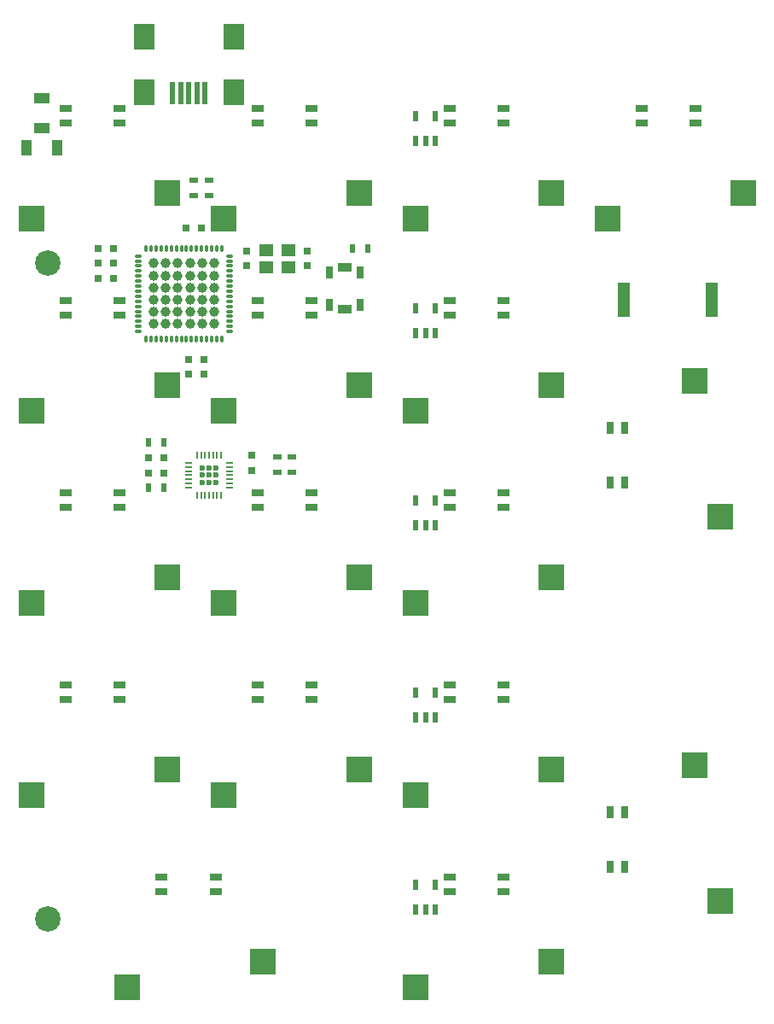
<source format=gbp>
G04 #@! TF.FileFunction,Paste,Bot*
%FSLAX46Y46*%
G04 Gerber Fmt 4.6, Leading zero omitted, Abs format (unit mm)*
G04 Created by KiCad (PCBNEW 4.0.6) date Saturday, January 06, 2018 'AMt' 08:46:40 AM*
%MOMM*%
%LPD*%
G01*
G04 APERTURE LIST*
%ADD10C,0.150000*%
%ADD11C,2.520000*%
%ADD12R,0.600000X1.000000*%
%ADD13R,0.750000X0.800000*%
%ADD14R,0.800000X0.750000*%
%ADD15R,1.000000X1.600000*%
%ADD16R,1.600000X1.000000*%
%ADD17R,0.750000X1.150000*%
%ADD18R,1.400000X0.950000*%
%ADD19O,0.300000X0.800000*%
%ADD20O,0.800000X0.300000*%
%ADD21C,1.000000*%
%ADD22R,0.500380X2.301240*%
%ADD23R,1.998980X2.499360*%
%ADD24O,0.800000X0.200000*%
%ADD25O,0.200000X0.800000*%
%ADD26C,0.600000*%
%ADD27R,1.400000X1.200000*%
%ADD28R,2.550000X2.500000*%
%ADD29R,1.200000X0.750000*%
%ADD30R,2.500000X2.550000*%
%ADD31R,0.750000X1.200000*%
%ADD32R,0.900000X0.600000*%
%ADD33R,0.600000X0.900000*%
%ADD34R,1.300000X3.400000*%
G04 APERTURE END LIST*
D10*
D11*
X40000000Y-119000000D03*
X40000000Y-54000000D03*
D12*
X78420000Y-58490000D03*
X78420000Y-60890000D03*
X77470000Y-60890000D03*
X76520000Y-58490000D03*
X76520000Y-60890000D03*
X78420000Y-39440000D03*
X78420000Y-41840000D03*
X77470000Y-41840000D03*
X76520000Y-39440000D03*
X76520000Y-41840000D03*
X78420000Y-77540000D03*
X78420000Y-79940000D03*
X77470000Y-79940000D03*
X76520000Y-77540000D03*
X76520000Y-79940000D03*
X78420000Y-96590000D03*
X78420000Y-98990000D03*
X77470000Y-98990000D03*
X76520000Y-96590000D03*
X76520000Y-98990000D03*
X78420000Y-115640000D03*
X78420000Y-118040000D03*
X77470000Y-118040000D03*
X76520000Y-115640000D03*
X76520000Y-118040000D03*
D13*
X65750000Y-52750000D03*
X65750000Y-54250000D03*
X59750000Y-52750000D03*
X59750000Y-54250000D03*
D14*
X53750000Y-50500000D03*
X55250000Y-50500000D03*
X46500000Y-55500000D03*
X45000000Y-55500000D03*
D15*
X40900000Y-42500000D03*
X37900000Y-42500000D03*
D14*
X54000000Y-63500000D03*
X55500000Y-63500000D03*
X45000000Y-54000000D03*
X46500000Y-54000000D03*
X55500000Y-65000000D03*
X54000000Y-65000000D03*
X46500000Y-52500000D03*
X45000000Y-52500000D03*
X51500000Y-73250000D03*
X50000000Y-73250000D03*
X50000000Y-74750000D03*
X51500000Y-74750000D03*
D13*
X60250000Y-73000000D03*
X60250000Y-74500000D03*
D16*
X39400000Y-37600000D03*
X39400000Y-40600000D03*
D17*
X67975000Y-54925000D03*
X67975000Y-58075000D03*
X71025000Y-54925000D03*
X71025000Y-58075000D03*
D18*
X69500000Y-58575000D03*
X69500000Y-54425000D03*
D19*
X49750000Y-52500000D03*
X50250000Y-52500000D03*
X50750000Y-52500000D03*
X51250000Y-52500000D03*
X51750000Y-52500000D03*
X52250000Y-52500000D03*
X52750000Y-52500000D03*
X53250000Y-52500000D03*
X53750000Y-52500000D03*
X54250000Y-52500000D03*
X54750000Y-52500000D03*
X55250000Y-52500000D03*
X55750000Y-52500000D03*
X56250000Y-52500000D03*
X56750000Y-52500000D03*
X57250000Y-52500000D03*
D20*
X58000000Y-53250000D03*
X58000000Y-53750000D03*
X58000000Y-54250000D03*
X58000000Y-54750000D03*
X58000000Y-55250000D03*
X58000000Y-55750000D03*
X58000000Y-56250000D03*
X58000000Y-56750000D03*
X58000000Y-57250000D03*
X58000000Y-57750000D03*
X58000000Y-58250000D03*
X58000000Y-58750000D03*
X58000000Y-59250000D03*
X58000000Y-59750000D03*
X58000000Y-60250000D03*
X58000000Y-60750000D03*
D19*
X57250000Y-61500000D03*
X56750000Y-61500000D03*
X56250000Y-61500000D03*
X55750000Y-61500000D03*
X55250000Y-61500000D03*
X54750000Y-61500000D03*
X54250000Y-61500000D03*
X53750000Y-61500000D03*
X53250000Y-61500000D03*
X52750000Y-61500000D03*
X52250000Y-61500000D03*
X51750000Y-61500000D03*
X51250000Y-61500000D03*
X50750000Y-61500000D03*
X50250000Y-61500000D03*
X49750000Y-61500000D03*
D20*
X49000000Y-60750000D03*
X49000000Y-60250000D03*
X49000000Y-59750000D03*
X49000000Y-59250000D03*
X49000000Y-58750000D03*
X49000000Y-58250000D03*
X49000000Y-57750000D03*
X49000000Y-57250000D03*
X49000000Y-56750000D03*
X49000000Y-56250000D03*
X49000000Y-55750000D03*
X49000000Y-55250000D03*
X49000000Y-54750000D03*
X49000000Y-54250000D03*
X49000000Y-53750000D03*
X49000000Y-53250000D03*
D21*
X50500000Y-54000000D03*
X50500000Y-56400000D03*
X50500000Y-55200000D03*
X50500000Y-58800000D03*
X50500000Y-57600000D03*
X50500000Y-60000000D03*
X51700000Y-58800000D03*
X51700000Y-60000000D03*
X51700000Y-57600000D03*
X51700000Y-56400000D03*
X51700000Y-54000000D03*
X51700000Y-55200000D03*
X52900000Y-58800000D03*
X52900000Y-60000000D03*
X52900000Y-57600000D03*
X52900000Y-56400000D03*
X52900000Y-54000000D03*
X52900000Y-55200000D03*
X54100000Y-58800000D03*
X54100000Y-60000000D03*
X54100000Y-57600000D03*
X54100000Y-56400000D03*
X54100000Y-54000000D03*
X54100000Y-55200000D03*
X55300000Y-58800000D03*
X55300000Y-60000000D03*
X55300000Y-57600000D03*
X55300000Y-56400000D03*
X55300000Y-54000000D03*
X55300000Y-55200000D03*
X56500000Y-58800000D03*
X56500000Y-60000000D03*
X56500000Y-57600000D03*
X56500000Y-56400000D03*
X56500000Y-54000000D03*
X56500000Y-55200000D03*
D22*
X52374800Y-37104320D03*
X53174900Y-37104320D03*
X53975000Y-37104320D03*
X54775100Y-37104320D03*
X55575200Y-37104320D03*
D23*
X49524920Y-37005260D03*
X49524920Y-31506160D03*
X58425080Y-37005260D03*
X58425080Y-31506160D03*
D24*
X54000000Y-76200000D03*
X54000000Y-75800000D03*
X54000000Y-75400000D03*
X54000000Y-75000000D03*
X54000000Y-74600000D03*
X54000000Y-74200000D03*
X54000000Y-73800000D03*
D25*
X54800000Y-73000000D03*
X55200000Y-73000000D03*
X55600000Y-73000000D03*
X56000000Y-73000000D03*
X56400000Y-73000000D03*
X56800000Y-73000000D03*
X57200000Y-73000000D03*
D24*
X58000000Y-73800000D03*
X58000000Y-74200000D03*
X58000000Y-74600000D03*
X58000000Y-75000000D03*
X58000000Y-75400000D03*
X58000000Y-75800000D03*
X58000000Y-76200000D03*
D25*
X57200000Y-77000000D03*
X56800000Y-77000000D03*
X56400000Y-77000000D03*
X56000000Y-77000000D03*
X55600000Y-77000000D03*
X55200000Y-77000000D03*
X54800000Y-77000000D03*
D26*
X55300000Y-75700000D03*
X56000000Y-75700000D03*
X56700000Y-75700000D03*
X56700000Y-75000000D03*
X55300000Y-75000000D03*
X56000000Y-75000000D03*
X56700000Y-74300000D03*
X55300000Y-74300000D03*
X56000000Y-74300000D03*
D27*
X63850000Y-54350000D03*
X61650000Y-54350000D03*
X61650000Y-52650000D03*
X63850000Y-52650000D03*
D28*
X51810000Y-66040000D03*
X38360000Y-68580000D03*
D29*
X47150000Y-59145000D03*
X47150000Y-57695000D03*
X41750000Y-57695000D03*
X41750000Y-59145000D03*
D28*
X89910000Y-46990000D03*
X76460000Y-49530000D03*
D29*
X85250000Y-40095000D03*
X85250000Y-38645000D03*
X79850000Y-38645000D03*
X79850000Y-40095000D03*
D28*
X108960000Y-46990000D03*
X95510000Y-49530000D03*
D29*
X104300000Y-40095000D03*
X104300000Y-38645000D03*
X98900000Y-38645000D03*
X98900000Y-40095000D03*
D28*
X89910000Y-123190000D03*
X76460000Y-125730000D03*
D29*
X85250000Y-116295000D03*
X85250000Y-114845000D03*
X79850000Y-114845000D03*
X79850000Y-116295000D03*
D28*
X61335000Y-123190000D03*
X47885000Y-125730000D03*
D29*
X56675000Y-116295000D03*
X56675000Y-114845000D03*
X51275000Y-114845000D03*
X51275000Y-116295000D03*
D30*
X104140000Y-103765000D03*
X106680000Y-117215000D03*
D31*
X97245000Y-108425000D03*
X95795000Y-108425000D03*
X95795000Y-113825000D03*
X97245000Y-113825000D03*
D28*
X89910000Y-104140000D03*
X76460000Y-106680000D03*
D29*
X85250000Y-97245000D03*
X85250000Y-95795000D03*
X79850000Y-95795000D03*
X79850000Y-97245000D03*
D28*
X70860000Y-104140000D03*
X57410000Y-106680000D03*
D29*
X66200000Y-97245000D03*
X66200000Y-95795000D03*
X60800000Y-95795000D03*
X60800000Y-97245000D03*
D28*
X51810000Y-104140000D03*
X38360000Y-106680000D03*
D29*
X47150000Y-97245000D03*
X47150000Y-95795000D03*
X41750000Y-95795000D03*
X41750000Y-97245000D03*
D28*
X89910000Y-85090000D03*
X76460000Y-87630000D03*
D29*
X85250000Y-78195000D03*
X85250000Y-76745000D03*
X79850000Y-76745000D03*
X79850000Y-78195000D03*
D28*
X70860000Y-85090000D03*
X57410000Y-87630000D03*
D29*
X66200000Y-78195000D03*
X66200000Y-76745000D03*
X60800000Y-76745000D03*
X60800000Y-78195000D03*
D28*
X51810000Y-85090000D03*
X38360000Y-87630000D03*
D29*
X47150000Y-78195000D03*
X47150000Y-76745000D03*
X41750000Y-76745000D03*
X41750000Y-78195000D03*
D30*
X104140000Y-65665000D03*
X106680000Y-79115000D03*
D31*
X97245000Y-70325000D03*
X95795000Y-70325000D03*
X95795000Y-75725000D03*
X97245000Y-75725000D03*
D28*
X70860000Y-66040000D03*
X57410000Y-68580000D03*
D29*
X66200000Y-59145000D03*
X66200000Y-57695000D03*
X60800000Y-57695000D03*
X60800000Y-59145000D03*
D28*
X70860000Y-46990000D03*
X57410000Y-49530000D03*
D29*
X66200000Y-40095000D03*
X66200000Y-38645000D03*
X60800000Y-38645000D03*
X60800000Y-40095000D03*
D28*
X51810000Y-46990000D03*
X38360000Y-49530000D03*
D29*
X47150000Y-40095000D03*
X47150000Y-38645000D03*
X41750000Y-38645000D03*
X41750000Y-40095000D03*
D28*
X89910000Y-66040000D03*
X76460000Y-68580000D03*
D29*
X85250000Y-59145000D03*
X85250000Y-57695000D03*
X79850000Y-57695000D03*
X79850000Y-59145000D03*
D32*
X56000000Y-47250000D03*
X56000000Y-45750000D03*
D33*
X71750000Y-52500000D03*
X70250000Y-52500000D03*
D32*
X64250000Y-73200000D03*
X64250000Y-74700000D03*
X62750000Y-73200000D03*
X62750000Y-74700000D03*
X54500000Y-47250000D03*
X54500000Y-45750000D03*
D33*
X50000000Y-76250000D03*
X51500000Y-76250000D03*
X50000000Y-71750000D03*
X51500000Y-71750000D03*
D34*
X97150000Y-57600000D03*
X105850000Y-57600000D03*
M02*

</source>
